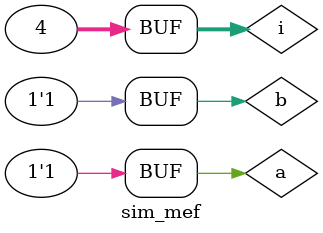
<source format=v>
`include "mef.v"
module sim_mef ;
    integer i;
    reg a,b;
    wire Y;
    mef dut (
        .Y (Y),
        .a (a),
        .b (b)
    );

    initial begin
        $dumpfile("mef.vcd");
        $dumpvars(0);
        for (i=0;i<4;i = i + 1) begin
            {a,b} = i[1:0];
            #10;
        end
    end
endmodule

</source>
